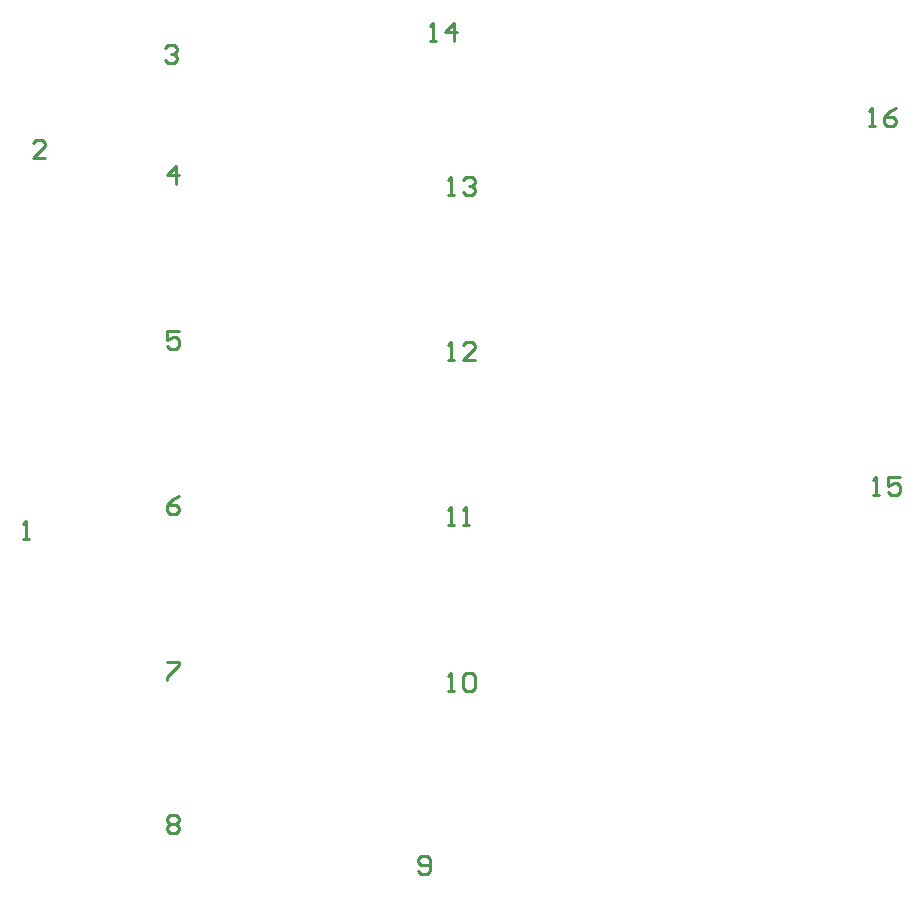
<source format=gto>
%FSLAX44Y44*%
%MOMM*%
G71*
G01*
G75*
%ADD10R,2.5000X6.0000*%
%ADD11R,6.9850X4.0000*%
%ADD12R,6.0000X2.5000*%
%ADD13R,4.0000X6.9850*%
%ADD14C,1.0000*%
%ADD15C,0.2540*%
%ADD16C,4.0000*%
%ADD17C,1.2700*%
%ADD18R,1.2192X0.8128*%
%ADD19R,1.0200X3.8000*%
%ADD20R,0.3556X0.7620*%
%ADD21R,0.7620X0.3556*%
%ADD22R,2.7940X2.7940*%
D15*
X786000Y785000D02*
X791078D01*
X788539D01*
Y800235D01*
X786000Y797696D01*
X808853Y800235D02*
X803774Y797696D01*
X798696Y792617D01*
Y787539D01*
X801235Y785000D01*
X806313D01*
X808853Y787539D01*
Y790078D01*
X806313Y792617D01*
X798696D01*
X789000Y473000D02*
X794078D01*
X791539D01*
Y488235D01*
X789000Y485696D01*
X811853Y488235D02*
X801696D01*
Y480617D01*
X806774Y483157D01*
X809313D01*
X811853Y480617D01*
Y475539D01*
X809313Y473000D01*
X804235D01*
X801696Y475539D01*
X414000Y857000D02*
X419078D01*
X416539D01*
Y872235D01*
X414000Y869696D01*
X434313Y857000D02*
Y872235D01*
X426696Y864617D01*
X436853D01*
X429260Y726948D02*
X434338D01*
X431799D01*
Y742183D01*
X429260Y739644D01*
X441956D02*
X444495Y742183D01*
X449573D01*
X452113Y739644D01*
Y737105D01*
X449573Y734566D01*
X447034D01*
X449573D01*
X452113Y732026D01*
Y729487D01*
X449573Y726948D01*
X444495D01*
X441956Y729487D01*
X429260Y586994D02*
X434338D01*
X431799D01*
Y602229D01*
X429260Y599690D01*
X452113Y586994D02*
X441956D01*
X452113Y597151D01*
Y599690D01*
X449573Y602229D01*
X444495D01*
X441956Y599690D01*
X429260Y447040D02*
X434338D01*
X431799D01*
Y462275D01*
X429260Y459736D01*
X441956Y447040D02*
X447034D01*
X444495D01*
Y462275D01*
X441956Y459736D01*
X429260Y307086D02*
X434338D01*
X431799D01*
Y322321D01*
X429260Y319782D01*
X441956D02*
X444495Y322321D01*
X449573D01*
X452113Y319782D01*
Y309625D01*
X449573Y307086D01*
X444495D01*
X441956Y309625D01*
Y319782D01*
X404368Y154177D02*
X406907Y151638D01*
X411986D01*
X414525Y154177D01*
Y164334D01*
X411986Y166873D01*
X406907D01*
X404368Y164334D01*
Y161795D01*
X406907Y159256D01*
X414525D01*
X191262Y198878D02*
X193801Y201417D01*
X198880D01*
X201419Y198878D01*
Y196339D01*
X198880Y193799D01*
X201419Y191260D01*
Y188721D01*
X198880Y186182D01*
X193801D01*
X191262Y188721D01*
Y191260D01*
X193801Y193799D01*
X191262Y196339D01*
Y198878D01*
X193801Y193799D02*
X198880D01*
X191262Y331465D02*
X201419D01*
Y328926D01*
X191262Y318769D01*
Y316230D01*
X201419Y471419D02*
X196340Y468880D01*
X191262Y463801D01*
Y458723D01*
X193801Y456184D01*
X198880D01*
X201419Y458723D01*
Y461262D01*
X198880Y463801D01*
X191262D01*
X201419Y611373D02*
X191262D01*
Y603755D01*
X196340Y606295D01*
X198880D01*
X201419Y603755D01*
Y598677D01*
X198880Y596138D01*
X193801D01*
X191262Y598677D01*
X198880Y736346D02*
Y751581D01*
X191262Y743963D01*
X201419D01*
X190000Y850696D02*
X192539Y853235D01*
X197617D01*
X200157Y850696D01*
Y848157D01*
X197617Y845618D01*
X195078D01*
X197617D01*
X200157Y843078D01*
Y840539D01*
X197617Y838000D01*
X192539D01*
X190000Y840539D01*
X87881Y758190D02*
X77724D01*
X87881Y768347D01*
Y770886D01*
X85342Y773425D01*
X80263D01*
X77724Y770886D01*
X70000Y435000D02*
X75078D01*
X72539D01*
Y450235D01*
X70000Y447696D01*
M02*

</source>
